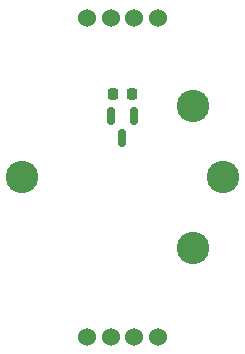
<source format=gbr>
%TF.GenerationSoftware,KiCad,Pcbnew,8.0.4*%
%TF.CreationDate,2024-09-03T19:15:54+05:30*%
%TF.ProjectId,OGS_B4_ISB1,4f47535f-4234-45f4-9953-42312e6b6963,rev?*%
%TF.SameCoordinates,Original*%
%TF.FileFunction,Soldermask,Bot*%
%TF.FilePolarity,Negative*%
%FSLAX46Y46*%
G04 Gerber Fmt 4.6, Leading zero omitted, Abs format (unit mm)*
G04 Created by KiCad (PCBNEW 8.0.4) date 2024-09-03 19:15:54*
%MOMM*%
%LPD*%
G01*
G04 APERTURE LIST*
G04 Aperture macros list*
%AMRoundRect*
0 Rectangle with rounded corners*
0 $1 Rounding radius*
0 $2 $3 $4 $5 $6 $7 $8 $9 X,Y pos of 4 corners*
0 Add a 4 corners polygon primitive as box body*
4,1,4,$2,$3,$4,$5,$6,$7,$8,$9,$2,$3,0*
0 Add four circle primitives for the rounded corners*
1,1,$1+$1,$2,$3*
1,1,$1+$1,$4,$5*
1,1,$1+$1,$6,$7*
1,1,$1+$1,$8,$9*
0 Add four rect primitives between the rounded corners*
20,1,$1+$1,$2,$3,$4,$5,0*
20,1,$1+$1,$4,$5,$6,$7,0*
20,1,$1+$1,$6,$7,$8,$9,0*
20,1,$1+$1,$8,$9,$2,$3,0*%
G04 Aperture macros list end*
%ADD10C,1.524000*%
%ADD11RoundRect,0.225000X0.225000X0.250000X-0.225000X0.250000X-0.225000X-0.250000X0.225000X-0.250000X0*%
%ADD12C,2.750000*%
%ADD13RoundRect,0.150000X-0.150000X0.587500X-0.150000X-0.587500X0.150000X-0.587500X0.150000X0.587500X0*%
G04 APERTURE END LIST*
D10*
%TO.C,U5*%
X3000000Y13500000D03*
X1000000Y13500000D03*
X-1000000Y13500000D03*
X-3000000Y13500000D03*
X3000000Y-13500000D03*
X1000000Y-13500000D03*
X-1000000Y-13500000D03*
X-3000000Y-13500000D03*
%TD*%
D11*
%TO.C,C10*%
X775000Y7000000D03*
X-775000Y7000000D03*
%TD*%
D12*
%TO.C,SN1*%
X-8500000Y0D03*
X6010408Y6010408D03*
X8500000Y0D03*
X6010408Y-6010408D03*
%TD*%
D13*
%TO.C,U6*%
X-950000Y5187500D03*
X950000Y5187500D03*
X0Y3312500D03*
%TD*%
M02*

</source>
